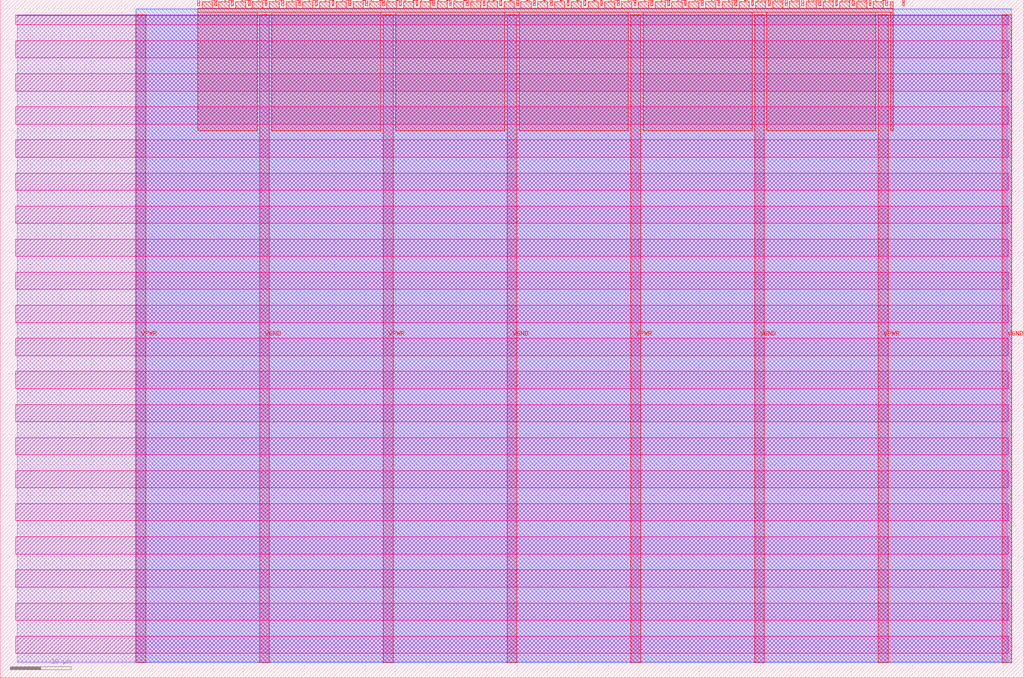
<source format=lef>
VERSION 5.7 ;
  NOWIREEXTENSIONATPIN ON ;
  DIVIDERCHAR "/" ;
  BUSBITCHARS "[]" ;
MACRO tt_um_mihailocode_neural_network
  CLASS BLOCK ;
  FOREIGN tt_um_mihailocode_neural_network ;
  ORIGIN 0.000 0.000 ;
  SIZE 168.360 BY 111.520 ;
  PIN VGND
    DIRECTION INOUT ;
    USE GROUND ;
    PORT
      LAYER met4 ;
        RECT 42.670 2.480 44.270 109.040 ;
    END
    PORT
      LAYER met4 ;
        RECT 83.380 2.480 84.980 109.040 ;
    END
    PORT
      LAYER met4 ;
        RECT 124.090 2.480 125.690 109.040 ;
    END
    PORT
      LAYER met4 ;
        RECT 164.800 2.480 166.400 109.040 ;
    END
  END VGND
  PIN VPWR
    DIRECTION INOUT ;
    USE POWER ;
    PORT
      LAYER met4 ;
        RECT 22.315 2.480 23.915 109.040 ;
    END
    PORT
      LAYER met4 ;
        RECT 63.025 2.480 64.625 109.040 ;
    END
    PORT
      LAYER met4 ;
        RECT 103.735 2.480 105.335 109.040 ;
    END
    PORT
      LAYER met4 ;
        RECT 144.445 2.480 146.045 109.040 ;
    END
  END VPWR
  PIN clk
    DIRECTION INPUT ;
    USE SIGNAL ;
    ANTENNAGATEAREA 0.852000 ;
    PORT
      LAYER met4 ;
        RECT 145.670 110.520 145.970 111.520 ;
    END
  END clk
  PIN ena
    DIRECTION INPUT ;
    USE SIGNAL ;
    PORT
      LAYER met4 ;
        RECT 148.430 110.520 148.730 111.520 ;
    END
  END ena
  PIN rst_n
    DIRECTION INPUT ;
    USE SIGNAL ;
    PORT
      LAYER met4 ;
        RECT 142.910 110.520 143.210 111.520 ;
    END
  END rst_n
  PIN ui_in[0]
    DIRECTION INPUT ;
    USE SIGNAL ;
    ANTENNAGATEAREA 0.213000 ;
    PORT
      LAYER met4 ;
        RECT 140.150 110.520 140.450 111.520 ;
    END
  END ui_in[0]
  PIN ui_in[1]
    DIRECTION INPUT ;
    USE SIGNAL ;
    ANTENNAGATEAREA 0.213000 ;
    PORT
      LAYER met4 ;
        RECT 137.390 110.520 137.690 111.520 ;
    END
  END ui_in[1]
  PIN ui_in[2]
    DIRECTION INPUT ;
    USE SIGNAL ;
    ANTENNAGATEAREA 0.159000 ;
    PORT
      LAYER met4 ;
        RECT 134.630 110.520 134.930 111.520 ;
    END
  END ui_in[2]
  PIN ui_in[3]
    DIRECTION INPUT ;
    USE SIGNAL ;
    ANTENNAGATEAREA 0.196500 ;
    PORT
      LAYER met4 ;
        RECT 131.870 110.520 132.170 111.520 ;
    END
  END ui_in[3]
  PIN ui_in[4]
    DIRECTION INPUT ;
    USE SIGNAL ;
    ANTENNAGATEAREA 0.247500 ;
    PORT
      LAYER met4 ;
        RECT 129.110 110.520 129.410 111.520 ;
    END
  END ui_in[4]
  PIN ui_in[5]
    DIRECTION INPUT ;
    USE SIGNAL ;
    ANTENNAGATEAREA 0.213000 ;
    PORT
      LAYER met4 ;
        RECT 126.350 110.520 126.650 111.520 ;
    END
  END ui_in[5]
  PIN ui_in[6]
    DIRECTION INPUT ;
    USE SIGNAL ;
    ANTENNAGATEAREA 0.247500 ;
    PORT
      LAYER met4 ;
        RECT 123.590 110.520 123.890 111.520 ;
    END
  END ui_in[6]
  PIN ui_in[7]
    DIRECTION INPUT ;
    USE SIGNAL ;
    ANTENNAGATEAREA 0.159000 ;
    PORT
      LAYER met4 ;
        RECT 120.830 110.520 121.130 111.520 ;
    END
  END ui_in[7]
  PIN uio_in[0]
    DIRECTION INPUT ;
    USE SIGNAL ;
    PORT
      LAYER met4 ;
        RECT 118.070 110.520 118.370 111.520 ;
    END
  END uio_in[0]
  PIN uio_in[1]
    DIRECTION INPUT ;
    USE SIGNAL ;
    PORT
      LAYER met4 ;
        RECT 115.310 110.520 115.610 111.520 ;
    END
  END uio_in[1]
  PIN uio_in[2]
    DIRECTION INPUT ;
    USE SIGNAL ;
    PORT
      LAYER met4 ;
        RECT 112.550 110.520 112.850 111.520 ;
    END
  END uio_in[2]
  PIN uio_in[3]
    DIRECTION INPUT ;
    USE SIGNAL ;
    PORT
      LAYER met4 ;
        RECT 109.790 110.520 110.090 111.520 ;
    END
  END uio_in[3]
  PIN uio_in[4]
    DIRECTION INPUT ;
    USE SIGNAL ;
    PORT
      LAYER met4 ;
        RECT 107.030 110.520 107.330 111.520 ;
    END
  END uio_in[4]
  PIN uio_in[5]
    DIRECTION INPUT ;
    USE SIGNAL ;
    PORT
      LAYER met4 ;
        RECT 104.270 110.520 104.570 111.520 ;
    END
  END uio_in[5]
  PIN uio_in[6]
    DIRECTION INPUT ;
    USE SIGNAL ;
    PORT
      LAYER met4 ;
        RECT 101.510 110.520 101.810 111.520 ;
    END
  END uio_in[6]
  PIN uio_in[7]
    DIRECTION INPUT ;
    USE SIGNAL ;
    PORT
      LAYER met4 ;
        RECT 98.750 110.520 99.050 111.520 ;
    END
  END uio_in[7]
  PIN uio_oe[0]
    DIRECTION OUTPUT TRISTATE ;
    USE SIGNAL ;
    PORT
      LAYER met4 ;
        RECT 51.830 110.520 52.130 111.520 ;
    END
  END uio_oe[0]
  PIN uio_oe[1]
    DIRECTION OUTPUT TRISTATE ;
    USE SIGNAL ;
    PORT
      LAYER met4 ;
        RECT 49.070 110.520 49.370 111.520 ;
    END
  END uio_oe[1]
  PIN uio_oe[2]
    DIRECTION OUTPUT TRISTATE ;
    USE SIGNAL ;
    PORT
      LAYER met4 ;
        RECT 46.310 110.520 46.610 111.520 ;
    END
  END uio_oe[2]
  PIN uio_oe[3]
    DIRECTION OUTPUT TRISTATE ;
    USE SIGNAL ;
    PORT
      LAYER met4 ;
        RECT 43.550 110.520 43.850 111.520 ;
    END
  END uio_oe[3]
  PIN uio_oe[4]
    DIRECTION OUTPUT TRISTATE ;
    USE SIGNAL ;
    PORT
      LAYER met4 ;
        RECT 40.790 110.520 41.090 111.520 ;
    END
  END uio_oe[4]
  PIN uio_oe[5]
    DIRECTION OUTPUT TRISTATE ;
    USE SIGNAL ;
    PORT
      LAYER met4 ;
        RECT 38.030 110.520 38.330 111.520 ;
    END
  END uio_oe[5]
  PIN uio_oe[6]
    DIRECTION OUTPUT TRISTATE ;
    USE SIGNAL ;
    PORT
      LAYER met4 ;
        RECT 35.270 110.520 35.570 111.520 ;
    END
  END uio_oe[6]
  PIN uio_oe[7]
    DIRECTION OUTPUT TRISTATE ;
    USE SIGNAL ;
    PORT
      LAYER met4 ;
        RECT 32.510 110.520 32.810 111.520 ;
    END
  END uio_oe[7]
  PIN uio_out[0]
    DIRECTION OUTPUT TRISTATE ;
    USE SIGNAL ;
    PORT
      LAYER met4 ;
        RECT 73.910 110.520 74.210 111.520 ;
    END
  END uio_out[0]
  PIN uio_out[1]
    DIRECTION OUTPUT TRISTATE ;
    USE SIGNAL ;
    PORT
      LAYER met4 ;
        RECT 71.150 110.520 71.450 111.520 ;
    END
  END uio_out[1]
  PIN uio_out[2]
    DIRECTION OUTPUT TRISTATE ;
    USE SIGNAL ;
    PORT
      LAYER met4 ;
        RECT 68.390 110.520 68.690 111.520 ;
    END
  END uio_out[2]
  PIN uio_out[3]
    DIRECTION OUTPUT TRISTATE ;
    USE SIGNAL ;
    PORT
      LAYER met4 ;
        RECT 65.630 110.520 65.930 111.520 ;
    END
  END uio_out[3]
  PIN uio_out[4]
    DIRECTION OUTPUT TRISTATE ;
    USE SIGNAL ;
    PORT
      LAYER met4 ;
        RECT 62.870 110.520 63.170 111.520 ;
    END
  END uio_out[4]
  PIN uio_out[5]
    DIRECTION OUTPUT TRISTATE ;
    USE SIGNAL ;
    PORT
      LAYER met4 ;
        RECT 60.110 110.520 60.410 111.520 ;
    END
  END uio_out[5]
  PIN uio_out[6]
    DIRECTION OUTPUT TRISTATE ;
    USE SIGNAL ;
    PORT
      LAYER met4 ;
        RECT 57.350 110.520 57.650 111.520 ;
    END
  END uio_out[6]
  PIN uio_out[7]
    DIRECTION OUTPUT TRISTATE ;
    USE SIGNAL ;
    PORT
      LAYER met4 ;
        RECT 54.590 110.520 54.890 111.520 ;
    END
  END uio_out[7]
  PIN uo_out[0]
    DIRECTION OUTPUT TRISTATE ;
    USE SIGNAL ;
    ANTENNADIFFAREA 0.795200 ;
    PORT
      LAYER met4 ;
        RECT 95.990 110.520 96.290 111.520 ;
    END
  END uo_out[0]
  PIN uo_out[1]
    DIRECTION OUTPUT TRISTATE ;
    USE SIGNAL ;
    ANTENNADIFFAREA 0.795200 ;
    PORT
      LAYER met4 ;
        RECT 93.230 110.520 93.530 111.520 ;
    END
  END uo_out[1]
  PIN uo_out[2]
    DIRECTION OUTPUT TRISTATE ;
    USE SIGNAL ;
    ANTENNADIFFAREA 0.445500 ;
    PORT
      LAYER met4 ;
        RECT 90.470 110.520 90.770 111.520 ;
    END
  END uo_out[2]
  PIN uo_out[3]
    DIRECTION OUTPUT TRISTATE ;
    USE SIGNAL ;
    ANTENNADIFFAREA 0.795200 ;
    PORT
      LAYER met4 ;
        RECT 87.710 110.520 88.010 111.520 ;
    END
  END uo_out[3]
  PIN uo_out[4]
    DIRECTION OUTPUT TRISTATE ;
    USE SIGNAL ;
    ANTENNADIFFAREA 0.795200 ;
    PORT
      LAYER met4 ;
        RECT 84.950 110.520 85.250 111.520 ;
    END
  END uo_out[4]
  PIN uo_out[5]
    DIRECTION OUTPUT TRISTATE ;
    USE SIGNAL ;
    ANTENNADIFFAREA 0.445500 ;
    PORT
      LAYER met4 ;
        RECT 82.190 110.520 82.490 111.520 ;
    END
  END uo_out[5]
  PIN uo_out[6]
    DIRECTION OUTPUT TRISTATE ;
    USE SIGNAL ;
    ANTENNADIFFAREA 0.795200 ;
    PORT
      LAYER met4 ;
        RECT 79.430 110.520 79.730 111.520 ;
    END
  END uo_out[6]
  PIN uo_out[7]
    DIRECTION OUTPUT TRISTATE ;
    USE SIGNAL ;
    ANTENNADIFFAREA 0.445500 ;
    PORT
      LAYER met4 ;
        RECT 76.670 110.520 76.970 111.520 ;
    END
  END uo_out[7]
  OBS
      LAYER nwell ;
        RECT 2.570 107.385 165.790 108.990 ;
        RECT 2.570 101.945 165.790 104.775 ;
        RECT 2.570 96.505 165.790 99.335 ;
        RECT 2.570 91.065 165.790 93.895 ;
        RECT 2.570 85.625 165.790 88.455 ;
        RECT 2.570 80.185 165.790 83.015 ;
        RECT 2.570 74.745 165.790 77.575 ;
        RECT 2.570 69.305 165.790 72.135 ;
        RECT 2.570 63.865 165.790 66.695 ;
        RECT 2.570 58.425 165.790 61.255 ;
        RECT 2.570 52.985 165.790 55.815 ;
        RECT 2.570 47.545 165.790 50.375 ;
        RECT 2.570 42.105 165.790 44.935 ;
        RECT 2.570 36.665 165.790 39.495 ;
        RECT 2.570 31.225 165.790 34.055 ;
        RECT 2.570 25.785 165.790 28.615 ;
        RECT 2.570 20.345 165.790 23.175 ;
        RECT 2.570 14.905 165.790 17.735 ;
        RECT 2.570 9.465 165.790 12.295 ;
        RECT 2.570 4.025 165.790 6.855 ;
      LAYER li1 ;
        RECT 2.760 2.635 165.600 108.885 ;
      LAYER met1 ;
        RECT 2.760 2.480 166.400 109.040 ;
      LAYER met2 ;
        RECT 22.345 2.535 166.370 110.005 ;
      LAYER met3 ;
        RECT 22.325 2.555 166.390 109.985 ;
      LAYER met4 ;
        RECT 33.210 110.120 34.870 111.170 ;
        RECT 35.970 110.120 37.630 111.170 ;
        RECT 38.730 110.120 40.390 111.170 ;
        RECT 41.490 110.120 43.150 111.170 ;
        RECT 44.250 110.120 45.910 111.170 ;
        RECT 47.010 110.120 48.670 111.170 ;
        RECT 49.770 110.120 51.430 111.170 ;
        RECT 52.530 110.120 54.190 111.170 ;
        RECT 55.290 110.120 56.950 111.170 ;
        RECT 58.050 110.120 59.710 111.170 ;
        RECT 60.810 110.120 62.470 111.170 ;
        RECT 63.570 110.120 65.230 111.170 ;
        RECT 66.330 110.120 67.990 111.170 ;
        RECT 69.090 110.120 70.750 111.170 ;
        RECT 71.850 110.120 73.510 111.170 ;
        RECT 74.610 110.120 76.270 111.170 ;
        RECT 77.370 110.120 79.030 111.170 ;
        RECT 80.130 110.120 81.790 111.170 ;
        RECT 82.890 110.120 84.550 111.170 ;
        RECT 85.650 110.120 87.310 111.170 ;
        RECT 88.410 110.120 90.070 111.170 ;
        RECT 91.170 110.120 92.830 111.170 ;
        RECT 93.930 110.120 95.590 111.170 ;
        RECT 96.690 110.120 98.350 111.170 ;
        RECT 99.450 110.120 101.110 111.170 ;
        RECT 102.210 110.120 103.870 111.170 ;
        RECT 104.970 110.120 106.630 111.170 ;
        RECT 107.730 110.120 109.390 111.170 ;
        RECT 110.490 110.120 112.150 111.170 ;
        RECT 113.250 110.120 114.910 111.170 ;
        RECT 116.010 110.120 117.670 111.170 ;
        RECT 118.770 110.120 120.430 111.170 ;
        RECT 121.530 110.120 123.190 111.170 ;
        RECT 124.290 110.120 125.950 111.170 ;
        RECT 127.050 110.120 128.710 111.170 ;
        RECT 129.810 110.120 131.470 111.170 ;
        RECT 132.570 110.120 134.230 111.170 ;
        RECT 135.330 110.120 136.990 111.170 ;
        RECT 138.090 110.120 139.750 111.170 ;
        RECT 140.850 110.120 142.510 111.170 ;
        RECT 143.610 110.120 145.270 111.170 ;
        RECT 146.370 110.120 146.905 111.170 ;
        RECT 32.495 109.440 146.905 110.120 ;
        RECT 32.495 89.935 42.270 109.440 ;
        RECT 44.670 89.935 62.625 109.440 ;
        RECT 65.025 89.935 82.980 109.440 ;
        RECT 85.380 89.935 103.335 109.440 ;
        RECT 105.735 89.935 123.690 109.440 ;
        RECT 126.090 89.935 144.045 109.440 ;
        RECT 146.445 89.935 146.905 109.440 ;
  END
END tt_um_mihailocode_neural_network
END LIBRARY


</source>
